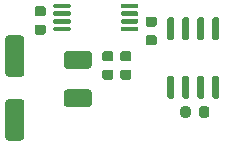
<source format=gbr>
%TF.GenerationSoftware,KiCad,Pcbnew,5.1.6-c6e7f7d~87~ubuntu18.04.1*%
%TF.CreationDate,2021-12-22T00:30:34-08:00*%
%TF.ProjectId,portable-voltage-regulator,706f7274-6162-46c6-952d-766f6c746167,rev?*%
%TF.SameCoordinates,Original*%
%TF.FileFunction,Paste,Top*%
%TF.FilePolarity,Positive*%
%FSLAX46Y46*%
G04 Gerber Fmt 4.6, Leading zero omitted, Abs format (unit mm)*
G04 Created by KiCad (PCBNEW 5.1.6-c6e7f7d~87~ubuntu18.04.1) date 2021-12-22 00:30:34*
%MOMM*%
%LPD*%
G01*
G04 APERTURE LIST*
G04 APERTURE END LIST*
%TO.C,U2*%
G36*
G01*
X165458000Y-96877000D02*
X165758000Y-96877000D01*
G75*
G02*
X165908000Y-97027000I0J-150000D01*
G01*
X165908000Y-98677000D01*
G75*
G02*
X165758000Y-98827000I-150000J0D01*
G01*
X165458000Y-98827000D01*
G75*
G02*
X165308000Y-98677000I0J150000D01*
G01*
X165308000Y-97027000D01*
G75*
G02*
X165458000Y-96877000I150000J0D01*
G01*
G37*
G36*
G01*
X164188000Y-96877000D02*
X164488000Y-96877000D01*
G75*
G02*
X164638000Y-97027000I0J-150000D01*
G01*
X164638000Y-98677000D01*
G75*
G02*
X164488000Y-98827000I-150000J0D01*
G01*
X164188000Y-98827000D01*
G75*
G02*
X164038000Y-98677000I0J150000D01*
G01*
X164038000Y-97027000D01*
G75*
G02*
X164188000Y-96877000I150000J0D01*
G01*
G37*
G36*
G01*
X162918000Y-96877000D02*
X163218000Y-96877000D01*
G75*
G02*
X163368000Y-97027000I0J-150000D01*
G01*
X163368000Y-98677000D01*
G75*
G02*
X163218000Y-98827000I-150000J0D01*
G01*
X162918000Y-98827000D01*
G75*
G02*
X162768000Y-98677000I0J150000D01*
G01*
X162768000Y-97027000D01*
G75*
G02*
X162918000Y-96877000I150000J0D01*
G01*
G37*
G36*
G01*
X161648000Y-96877000D02*
X161948000Y-96877000D01*
G75*
G02*
X162098000Y-97027000I0J-150000D01*
G01*
X162098000Y-98677000D01*
G75*
G02*
X161948000Y-98827000I-150000J0D01*
G01*
X161648000Y-98827000D01*
G75*
G02*
X161498000Y-98677000I0J150000D01*
G01*
X161498000Y-97027000D01*
G75*
G02*
X161648000Y-96877000I150000J0D01*
G01*
G37*
G36*
G01*
X161648000Y-91927000D02*
X161948000Y-91927000D01*
G75*
G02*
X162098000Y-92077000I0J-150000D01*
G01*
X162098000Y-93727000D01*
G75*
G02*
X161948000Y-93877000I-150000J0D01*
G01*
X161648000Y-93877000D01*
G75*
G02*
X161498000Y-93727000I0J150000D01*
G01*
X161498000Y-92077000D01*
G75*
G02*
X161648000Y-91927000I150000J0D01*
G01*
G37*
G36*
G01*
X162918000Y-91927000D02*
X163218000Y-91927000D01*
G75*
G02*
X163368000Y-92077000I0J-150000D01*
G01*
X163368000Y-93727000D01*
G75*
G02*
X163218000Y-93877000I-150000J0D01*
G01*
X162918000Y-93877000D01*
G75*
G02*
X162768000Y-93727000I0J150000D01*
G01*
X162768000Y-92077000D01*
G75*
G02*
X162918000Y-91927000I150000J0D01*
G01*
G37*
G36*
G01*
X164188000Y-91927000D02*
X164488000Y-91927000D01*
G75*
G02*
X164638000Y-92077000I0J-150000D01*
G01*
X164638000Y-93727000D01*
G75*
G02*
X164488000Y-93877000I-150000J0D01*
G01*
X164188000Y-93877000D01*
G75*
G02*
X164038000Y-93727000I0J150000D01*
G01*
X164038000Y-92077000D01*
G75*
G02*
X164188000Y-91927000I150000J0D01*
G01*
G37*
G36*
G01*
X165458000Y-91927000D02*
X165758000Y-91927000D01*
G75*
G02*
X165908000Y-92077000I0J-150000D01*
G01*
X165908000Y-93727000D01*
G75*
G02*
X165758000Y-93877000I-150000J0D01*
G01*
X165458000Y-93877000D01*
G75*
G02*
X165308000Y-93727000I0J150000D01*
G01*
X165308000Y-92077000D01*
G75*
G02*
X165458000Y-91927000I150000J0D01*
G01*
G37*
%TD*%
%TO.C,C2*%
G36*
G01*
X149140000Y-96967000D02*
X148040000Y-96967000D01*
G75*
G02*
X147790000Y-96717000I0J250000D01*
G01*
X147790000Y-93717000D01*
G75*
G02*
X148040000Y-93467000I250000J0D01*
G01*
X149140000Y-93467000D01*
G75*
G02*
X149390000Y-93717000I0J-250000D01*
G01*
X149390000Y-96717000D01*
G75*
G02*
X149140000Y-96967000I-250000J0D01*
G01*
G37*
G36*
G01*
X149140000Y-102367000D02*
X148040000Y-102367000D01*
G75*
G02*
X147790000Y-102117000I0J250000D01*
G01*
X147790000Y-99117000D01*
G75*
G02*
X148040000Y-98867000I250000J0D01*
G01*
X149140000Y-98867000D01*
G75*
G02*
X149390000Y-99117000I0J-250000D01*
G01*
X149390000Y-102117000D01*
G75*
G02*
X149140000Y-102367000I-250000J0D01*
G01*
G37*
%TD*%
%TO.C,U1*%
G36*
G01*
X157573000Y-91073000D02*
X157573000Y-90873000D01*
G75*
G02*
X157673000Y-90773000I100000J0D01*
G01*
X158948000Y-90773000D01*
G75*
G02*
X159048000Y-90873000I0J-100000D01*
G01*
X159048000Y-91073000D01*
G75*
G02*
X158948000Y-91173000I-100000J0D01*
G01*
X157673000Y-91173000D01*
G75*
G02*
X157573000Y-91073000I0J100000D01*
G01*
G37*
G36*
G01*
X157573000Y-91723000D02*
X157573000Y-91523000D01*
G75*
G02*
X157673000Y-91423000I100000J0D01*
G01*
X158948000Y-91423000D01*
G75*
G02*
X159048000Y-91523000I0J-100000D01*
G01*
X159048000Y-91723000D01*
G75*
G02*
X158948000Y-91823000I-100000J0D01*
G01*
X157673000Y-91823000D01*
G75*
G02*
X157573000Y-91723000I0J100000D01*
G01*
G37*
G36*
G01*
X157573000Y-92373000D02*
X157573000Y-92173000D01*
G75*
G02*
X157673000Y-92073000I100000J0D01*
G01*
X158948000Y-92073000D01*
G75*
G02*
X159048000Y-92173000I0J-100000D01*
G01*
X159048000Y-92373000D01*
G75*
G02*
X158948000Y-92473000I-100000J0D01*
G01*
X157673000Y-92473000D01*
G75*
G02*
X157573000Y-92373000I0J100000D01*
G01*
G37*
G36*
G01*
X157573000Y-93023000D02*
X157573000Y-92823000D01*
G75*
G02*
X157673000Y-92723000I100000J0D01*
G01*
X158948000Y-92723000D01*
G75*
G02*
X159048000Y-92823000I0J-100000D01*
G01*
X159048000Y-93023000D01*
G75*
G02*
X158948000Y-93123000I-100000J0D01*
G01*
X157673000Y-93123000D01*
G75*
G02*
X157573000Y-93023000I0J100000D01*
G01*
G37*
G36*
G01*
X151848000Y-93023000D02*
X151848000Y-92823000D01*
G75*
G02*
X151948000Y-92723000I100000J0D01*
G01*
X153223000Y-92723000D01*
G75*
G02*
X153323000Y-92823000I0J-100000D01*
G01*
X153323000Y-93023000D01*
G75*
G02*
X153223000Y-93123000I-100000J0D01*
G01*
X151948000Y-93123000D01*
G75*
G02*
X151848000Y-93023000I0J100000D01*
G01*
G37*
G36*
G01*
X151848000Y-92373000D02*
X151848000Y-92173000D01*
G75*
G02*
X151948000Y-92073000I100000J0D01*
G01*
X153223000Y-92073000D01*
G75*
G02*
X153323000Y-92173000I0J-100000D01*
G01*
X153323000Y-92373000D01*
G75*
G02*
X153223000Y-92473000I-100000J0D01*
G01*
X151948000Y-92473000D01*
G75*
G02*
X151848000Y-92373000I0J100000D01*
G01*
G37*
G36*
G01*
X151848000Y-91723000D02*
X151848000Y-91523000D01*
G75*
G02*
X151948000Y-91423000I100000J0D01*
G01*
X153223000Y-91423000D01*
G75*
G02*
X153323000Y-91523000I0J-100000D01*
G01*
X153323000Y-91723000D01*
G75*
G02*
X153223000Y-91823000I-100000J0D01*
G01*
X151948000Y-91823000D01*
G75*
G02*
X151848000Y-91723000I0J100000D01*
G01*
G37*
G36*
G01*
X151848000Y-91073000D02*
X151848000Y-90873000D01*
G75*
G02*
X151948000Y-90773000I100000J0D01*
G01*
X153223000Y-90773000D01*
G75*
G02*
X153323000Y-90873000I0J-100000D01*
G01*
X153323000Y-91073000D01*
G75*
G02*
X153223000Y-91173000I-100000J0D01*
G01*
X151948000Y-91173000D01*
G75*
G02*
X151848000Y-91073000I0J100000D01*
G01*
G37*
%TD*%
%TO.C,C4*%
G36*
G01*
X159890750Y-93441000D02*
X160403250Y-93441000D01*
G75*
G02*
X160622000Y-93659750I0J-218750D01*
G01*
X160622000Y-94097250D01*
G75*
G02*
X160403250Y-94316000I-218750J0D01*
G01*
X159890750Y-94316000D01*
G75*
G02*
X159672000Y-94097250I0J218750D01*
G01*
X159672000Y-93659750D01*
G75*
G02*
X159890750Y-93441000I218750J0D01*
G01*
G37*
G36*
G01*
X159890750Y-91866000D02*
X160403250Y-91866000D01*
G75*
G02*
X160622000Y-92084750I0J-218750D01*
G01*
X160622000Y-92522250D01*
G75*
G02*
X160403250Y-92741000I-218750J0D01*
G01*
X159890750Y-92741000D01*
G75*
G02*
X159672000Y-92522250I0J218750D01*
G01*
X159672000Y-92084750D01*
G75*
G02*
X159890750Y-91866000I218750J0D01*
G01*
G37*
%TD*%
%TO.C,C3*%
G36*
G01*
X150492750Y-92552000D02*
X151005250Y-92552000D01*
G75*
G02*
X151224000Y-92770750I0J-218750D01*
G01*
X151224000Y-93208250D01*
G75*
G02*
X151005250Y-93427000I-218750J0D01*
G01*
X150492750Y-93427000D01*
G75*
G02*
X150274000Y-93208250I0J218750D01*
G01*
X150274000Y-92770750D01*
G75*
G02*
X150492750Y-92552000I218750J0D01*
G01*
G37*
G36*
G01*
X150492750Y-90977000D02*
X151005250Y-90977000D01*
G75*
G02*
X151224000Y-91195750I0J-218750D01*
G01*
X151224000Y-91633250D01*
G75*
G02*
X151005250Y-91852000I-218750J0D01*
G01*
X150492750Y-91852000D01*
G75*
G02*
X150274000Y-91633250I0J218750D01*
G01*
X150274000Y-91195750D01*
G75*
G02*
X150492750Y-90977000I218750J0D01*
G01*
G37*
%TD*%
%TO.C,C1*%
G36*
G01*
X154849000Y-96280000D02*
X152999000Y-96280000D01*
G75*
G02*
X152749000Y-96030000I0J250000D01*
G01*
X152749000Y-95030000D01*
G75*
G02*
X152999000Y-94780000I250000J0D01*
G01*
X154849000Y-94780000D01*
G75*
G02*
X155099000Y-95030000I0J-250000D01*
G01*
X155099000Y-96030000D01*
G75*
G02*
X154849000Y-96280000I-250000J0D01*
G01*
G37*
G36*
G01*
X154849000Y-99530000D02*
X152999000Y-99530000D01*
G75*
G02*
X152749000Y-99280000I0J250000D01*
G01*
X152749000Y-98280000D01*
G75*
G02*
X152999000Y-98030000I250000J0D01*
G01*
X154849000Y-98030000D01*
G75*
G02*
X155099000Y-98280000I0J-250000D01*
G01*
X155099000Y-99280000D01*
G75*
G02*
X154849000Y-99530000I-250000J0D01*
G01*
G37*
%TD*%
%TO.C,R3*%
G36*
G01*
X163480000Y-99692750D02*
X163480000Y-100205250D01*
G75*
G02*
X163261250Y-100424000I-218750J0D01*
G01*
X162823750Y-100424000D01*
G75*
G02*
X162605000Y-100205250I0J218750D01*
G01*
X162605000Y-99692750D01*
G75*
G02*
X162823750Y-99474000I218750J0D01*
G01*
X163261250Y-99474000D01*
G75*
G02*
X163480000Y-99692750I0J-218750D01*
G01*
G37*
G36*
G01*
X165055000Y-99692750D02*
X165055000Y-100205250D01*
G75*
G02*
X164836250Y-100424000I-218750J0D01*
G01*
X164398750Y-100424000D01*
G75*
G02*
X164180000Y-100205250I0J218750D01*
G01*
X164180000Y-99692750D01*
G75*
G02*
X164398750Y-99474000I218750J0D01*
G01*
X164836250Y-99474000D01*
G75*
G02*
X165055000Y-99692750I0J-218750D01*
G01*
G37*
%TD*%
%TO.C,R2*%
G36*
G01*
X158244250Y-95662000D02*
X157731750Y-95662000D01*
G75*
G02*
X157513000Y-95443250I0J218750D01*
G01*
X157513000Y-95005750D01*
G75*
G02*
X157731750Y-94787000I218750J0D01*
G01*
X158244250Y-94787000D01*
G75*
G02*
X158463000Y-95005750I0J-218750D01*
G01*
X158463000Y-95443250D01*
G75*
G02*
X158244250Y-95662000I-218750J0D01*
G01*
G37*
G36*
G01*
X158244250Y-97237000D02*
X157731750Y-97237000D01*
G75*
G02*
X157513000Y-97018250I0J218750D01*
G01*
X157513000Y-96580750D01*
G75*
G02*
X157731750Y-96362000I218750J0D01*
G01*
X158244250Y-96362000D01*
G75*
G02*
X158463000Y-96580750I0J-218750D01*
G01*
X158463000Y-97018250D01*
G75*
G02*
X158244250Y-97237000I-218750J0D01*
G01*
G37*
%TD*%
%TO.C,R1*%
G36*
G01*
X156207750Y-96362000D02*
X156720250Y-96362000D01*
G75*
G02*
X156939000Y-96580750I0J-218750D01*
G01*
X156939000Y-97018250D01*
G75*
G02*
X156720250Y-97237000I-218750J0D01*
G01*
X156207750Y-97237000D01*
G75*
G02*
X155989000Y-97018250I0J218750D01*
G01*
X155989000Y-96580750D01*
G75*
G02*
X156207750Y-96362000I218750J0D01*
G01*
G37*
G36*
G01*
X156207750Y-94787000D02*
X156720250Y-94787000D01*
G75*
G02*
X156939000Y-95005750I0J-218750D01*
G01*
X156939000Y-95443250D01*
G75*
G02*
X156720250Y-95662000I-218750J0D01*
G01*
X156207750Y-95662000D01*
G75*
G02*
X155989000Y-95443250I0J218750D01*
G01*
X155989000Y-95005750D01*
G75*
G02*
X156207750Y-94787000I218750J0D01*
G01*
G37*
%TD*%
M02*

</source>
